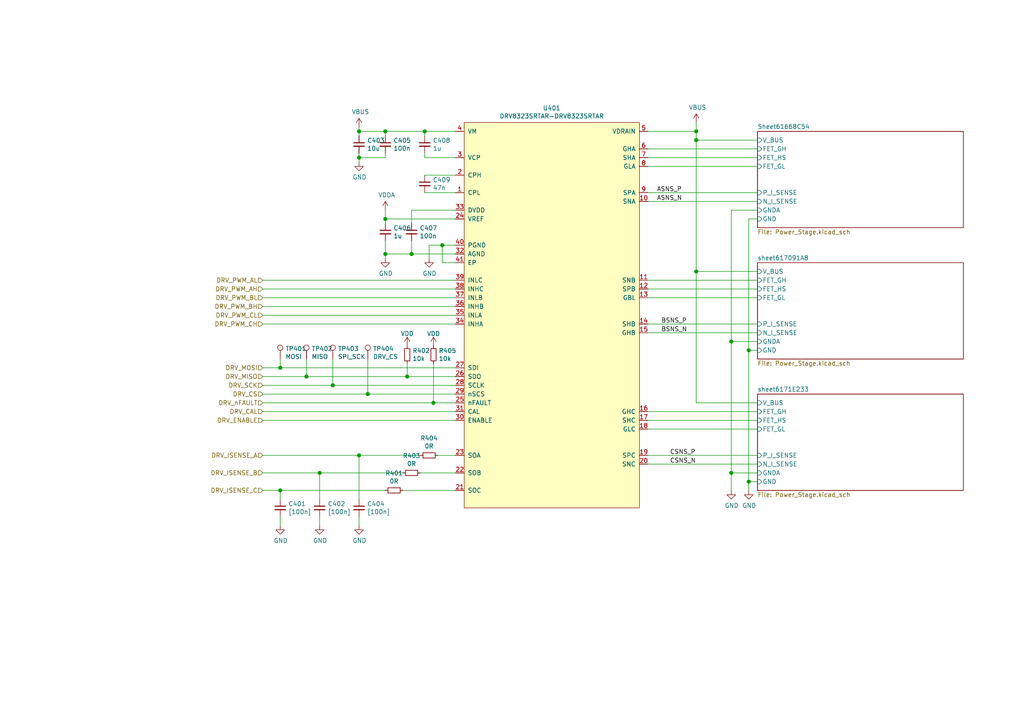
<source format=kicad_sch>
(kicad_sch (version 20210406) (generator eeschema)
  (paper "A4")
  (lib_symbols
    (symbol "Connector:TestPoint" (pin_numbers hide) (pin_names (offset 0.762) hide)
      (property "Reference" "TP" (at 0 6.858 0))
      (property "Value" "TestPoint" (at 0 5.08 0))
      (symbol "TestPoint_0_1"
        (circle (center 0 3.302) (radius 0.762))
      )
      (symbol "TestPoint_1_1"
        (pin passive line (at 0 0 90) (length 2.54) (name "1") (number "1"))
      )
    )
    (symbol "Device:C_Small" (pin_numbers hide) (pin_names (offset 0.254) hide)
      (property "Reference" "C" (at 0.254 1.778 0))
      (property "Value" "C_Small" (at 0.254 -2.032 0))
      (symbol "C_Small_0_1"
        (polyline (pts (xy -1.524 -0.508) (xy 1.524 -0.508)) (stroke (width 0.3302)))
        (polyline (pts (xy -1.524 0.508) (xy 1.524 0.508)) (stroke (width 0.3048)))
      )
      (symbol "C_Small_1_1"
        (pin passive line (at 0 2.54 270) (length 2.032) (name "~") (number "1"))
        (pin passive line (at 0 -2.54 90) (length 2.032) (name "~") (number "2"))
      )
    )
    (symbol "Device:R_Small" (pin_numbers hide) (pin_names (offset 0.254) hide)
      (property "Reference" "R" (at 0.762 0.508 0))
      (property "Value" "R_Small" (at 0.762 -1.016 0))
      (symbol "R_Small_0_1"
        (rectangle (start -0.762 1.778) (end 0.762 -1.778) (stroke (width 0.2032)))
      )
      (symbol "R_Small_1_1"
        (pin passive line (at 0 2.54 270) (length 0.762) (name "~") (number "1"))
        (pin passive line (at 0 -2.54 90) (length 0.762) (name "~") (number "2"))
      )
    )
    (symbol "OpenTurn-rescue:DRV8323SRTAR-DRV8323SRTAR" (pin_names (offset 1.016))
      (property "Reference" "U" (at 21.59 5.08 0))
      (property "Value" "DRV8323SRTAR-DRV8323SRTAR" (at 21.59 2.54 0))
      (symbol "DRV8323SRTAR-DRV8323SRTAR_0_1"
        (rectangle (start 0 0) (end 50.8 -111.76) (fill (type background)))
      )
      (symbol "DRV8323SRTAR-DRV8323SRTAR_1_1"
        (pin power_in line (at -2.54 -20.32 0) (length 2.54) (name "CPL") (number "1"))
        (pin input line (at 53.34 -22.86 180) (length 2.54) (name "SNA") (number "10"))
        (pin input line (at 53.34 -45.72 180) (length 2.54) (name "SNB") (number "11"))
        (pin input line (at 53.34 -48.26 180) (length 2.54) (name "SPB") (number "12"))
        (pin output line (at 53.34 -50.8 180) (length 2.54) (name "GBL") (number "13"))
        (pin input line (at 53.34 -58.42 180) (length 2.54) (name "SHB") (number "14"))
        (pin output line (at 53.34 -60.96 180) (length 2.54) (name "GHB") (number "15"))
        (pin output line (at 53.34 -83.82 180) (length 2.54) (name "GHC") (number "16"))
        (pin input line (at 53.34 -86.36 180) (length 2.54) (name "SHC") (number "17"))
        (pin output line (at 53.34 -88.9 180) (length 2.54) (name "GLC") (number "18"))
        (pin input line (at 53.34 -96.52 180) (length 2.54) (name "SPC") (number "19"))
        (pin power_in line (at -2.54 -15.24 0) (length 2.54) (name "CPH") (number "2"))
        (pin input line (at 53.34 -99.06 180) (length 2.54) (name "SNC") (number "20"))
        (pin output line (at -2.54 -106.68 0) (length 2.54) (name "SOC") (number "21"))
        (pin output line (at -2.54 -101.6 0) (length 2.54) (name "SOB") (number "22"))
        (pin output line (at -2.54 -96.52 0) (length 2.54) (name "SOA") (number "23"))
        (pin power_in line (at -2.54 -27.94 0) (length 2.54) (name "VREF") (number "24"))
        (pin input line (at -2.54 -81.28 0) (length 2.54) (name "nFAULT") (number "25"))
        (pin input line (at -2.54 -73.66 0) (length 2.54) (name "SDO") (number "26"))
        (pin input line (at -2.54 -71.12 0) (length 2.54) (name "SDI") (number "27"))
        (pin input line (at -2.54 -76.2 0) (length 2.54) (name "SCLK") (number "28"))
        (pin input line (at -2.54 -78.74 0) (length 2.54) (name "nSCS") (number "29"))
        (pin power_in line (at -2.54 -10.16 0) (length 2.54) (name "VCP") (number "3"))
        (pin input line (at -2.54 -86.36 0) (length 2.54) (name "ENABLE") (number "30"))
        (pin input line (at -2.54 -83.82 0) (length 2.54) (name "CAL") (number "31"))
        (pin power_in line (at -2.54 -38.1 0) (length 2.54) (name "AGND") (number "32"))
        (pin power_out line (at -2.54 -25.4 0) (length 2.54) (name "DVDD") (number "33"))
        (pin input line (at -2.54 -58.42 0) (length 2.54) (name "INHA") (number "34"))
        (pin input line (at -2.54 -55.88 0) (length 2.54) (name "INLA") (number "35"))
        (pin input line (at -2.54 -53.34 0) (length 2.54) (name "INHB") (number "36"))
        (pin input line (at -2.54 -50.8 0) (length 2.54) (name "INLB") (number "37"))
        (pin input line (at -2.54 -48.26 0) (length 2.54) (name "INHC") (number "38"))
        (pin input line (at -2.54 -45.72 0) (length 2.54) (name "INLC") (number "39"))
        (pin power_in line (at -2.54 -2.54 0) (length 2.54) (name "VM") (number "4"))
        (pin input line (at -2.54 -35.56 0) (length 2.54) (name "PGND") (number "40"))
        (pin power_in line (at -2.54 -40.64 0) (length 2.54) (name "EP") (number "41"))
        (pin input line (at 53.34 -2.54 180) (length 2.54) (name "VDRAIN") (number "5"))
        (pin output line (at 53.34 -7.62 180) (length 2.54) (name "GHA") (number "6"))
        (pin input line (at 53.34 -10.16 180) (length 2.54) (name "SHA") (number "7"))
        (pin output line (at 53.34 -12.7 180) (length 2.54) (name "GLA") (number "8"))
        (pin input line (at 53.34 -20.32 180) (length 2.54) (name "SPA") (number "9"))
      )
    )
    (symbol "power:GND" (power) (pin_names (offset 0))
      (property "Value" "GND" (at 0 -3.81 0))
      (symbol "GND_0_1"
        (polyline (pts (xy 0 0) (xy 0 -1.27) (xy 1.27 -1.27) (xy 0 -2.54) (xy -1.27 -1.27) (xy 0 -1.27)))
      )
      (symbol "GND_1_1"
        (pin power_in line (at 0 0 270) (length 0) hide (name "GND") (number "1"))
      )
    )
    (symbol "power:VBUS" (power) (pin_names (offset 0))
      (property "Value" "VBUS" (at 0 3.81 0))
      (symbol "VBUS_0_1"
        (polyline (pts (xy -0.762 1.27) (xy 0 2.54)))
        (polyline (pts (xy 0 0) (xy 0 2.54)))
        (polyline (pts (xy 0 2.54) (xy 0.762 1.27)))
      )
      (symbol "VBUS_1_1"
        (pin power_in line (at 0 0 90) (length 0) hide (name "VBUS") (number "1"))
      )
    )
    (symbol "power:VDD" (power) (pin_names (offset 0))
      (property "Value" "VDD" (at 0 3.81 0))
      (symbol "VDD_0_1"
        (polyline (pts (xy -0.762 1.27) (xy 0 2.54)))
        (polyline (pts (xy 0 0) (xy 0 2.54)))
        (polyline (pts (xy 0 2.54) (xy 0.762 1.27)))
      )
      (symbol "VDD_1_1"
        (pin power_in line (at 0 0 90) (length 0) hide (name "VDD") (number "1"))
      )
    )
    (symbol "power:VDDA" (power) (pin_names (offset 0))
      (property "Value" "VDDA" (at 0 3.81 0))
      (symbol "VDDA_0_1"
        (polyline (pts (xy -0.762 1.27) (xy 0 2.54)))
        (polyline (pts (xy 0 0) (xy 0 2.54)))
        (polyline (pts (xy 0 2.54) (xy 0.762 1.27)))
      )
      (symbol "VDDA_1_1"
        (pin power_in line (at 0 0 90) (length 0) hide (name "VDDA") (number "1"))
      )
    )
  )
  (junction (at 81.28 106.68) (diameter 1.016))
  (junction (at 81.28 142.24) (diameter 1.016))
  (junction (at 88.9 109.22) (diameter 1.016))
  (junction (at 92.71 137.16) (diameter 1.016))
  (junction (at 96.52 111.76) (diameter 1.016))
  (junction (at 104.14 38.1) (diameter 1.016))
  (junction (at 104.14 45.72) (diameter 1.016))
  (junction (at 104.14 132.08) (diameter 1.016))
  (junction (at 106.68 114.3) (diameter 1.016))
  (junction (at 111.76 38.1) (diameter 1.016))
  (junction (at 111.76 63.5) (diameter 1.016))
  (junction (at 111.76 73.66) (diameter 1.016))
  (junction (at 118.11 109.22) (diameter 1.016))
  (junction (at 119.38 73.66) (diameter 1.016))
  (junction (at 123.19 38.1) (diameter 1.016))
  (junction (at 125.73 116.84) (diameter 1.016))
  (junction (at 128.27 71.12) (diameter 1.016))
  (junction (at 201.93 38.1) (diameter 1.016))
  (junction (at 201.93 40.64) (diameter 1.016))
  (junction (at 201.93 78.74) (diameter 1.016))
  (junction (at 212.09 99.06) (diameter 1.016))
  (junction (at 212.09 137.16) (diameter 1.016))
  (junction (at 217.17 101.6) (diameter 1.016))
  (junction (at 217.17 139.7) (diameter 1.016))
  (wire (pts (xy 76.2 81.28) (xy 132.08 81.28)))
  (wire (pts (xy 76.2 83.82) (xy 132.08 83.82)))
  (wire (pts (xy 76.2 86.36) (xy 132.08 86.36)))
  (wire (pts (xy 76.2 88.9) (xy 132.08 88.9)))
  (wire (pts (xy 76.2 91.44) (xy 132.08 91.44)))
  (wire (pts (xy 76.2 93.98) (xy 132.08 93.98)))
  (wire (pts (xy 76.2 106.68) (xy 81.28 106.68)))
  (wire (pts (xy 76.2 109.22) (xy 88.9 109.22)))
  (wire (pts (xy 76.2 111.76) (xy 96.52 111.76)))
  (wire (pts (xy 76.2 114.3) (xy 106.68 114.3)))
  (wire (pts (xy 76.2 116.84) (xy 125.73 116.84)))
  (wire (pts (xy 76.2 119.38) (xy 132.08 119.38)))
  (wire (pts (xy 76.2 121.92) (xy 132.08 121.92)))
  (wire (pts (xy 76.2 132.08) (xy 104.14 132.08)))
  (wire (pts (xy 81.28 104.14) (xy 81.28 106.68)))
  (wire (pts (xy 81.28 106.68) (xy 132.08 106.68)))
  (wire (pts (xy 81.28 142.24) (xy 76.2 142.24)))
  (wire (pts (xy 81.28 142.24) (xy 111.76 142.24)))
  (wire (pts (xy 81.28 144.78) (xy 81.28 142.24)))
  (wire (pts (xy 81.28 152.4) (xy 81.28 149.86)))
  (wire (pts (xy 88.9 104.14) (xy 88.9 109.22)))
  (wire (pts (xy 88.9 109.22) (xy 118.11 109.22)))
  (wire (pts (xy 92.71 137.16) (xy 76.2 137.16)))
  (wire (pts (xy 92.71 137.16) (xy 116.84 137.16)))
  (wire (pts (xy 92.71 144.78) (xy 92.71 137.16)))
  (wire (pts (xy 92.71 149.86) (xy 92.71 152.4)))
  (wire (pts (xy 96.52 104.14) (xy 96.52 111.76)))
  (wire (pts (xy 96.52 111.76) (xy 132.08 111.76)))
  (wire (pts (xy 104.14 36.83) (xy 104.14 38.1)))
  (wire (pts (xy 104.14 38.1) (xy 111.76 38.1)))
  (wire (pts (xy 104.14 39.37) (xy 104.14 38.1)))
  (wire (pts (xy 104.14 44.45) (xy 104.14 45.72)))
  (wire (pts (xy 104.14 45.72) (xy 104.14 46.99)))
  (wire (pts (xy 104.14 45.72) (xy 111.76 45.72)))
  (wire (pts (xy 104.14 132.08) (xy 121.92 132.08)))
  (wire (pts (xy 104.14 144.78) (xy 104.14 132.08)))
  (wire (pts (xy 104.14 152.4) (xy 104.14 149.86)))
  (wire (pts (xy 106.68 104.14) (xy 106.68 114.3)))
  (wire (pts (xy 106.68 114.3) (xy 132.08 114.3)))
  (wire (pts (xy 111.76 38.1) (xy 123.19 38.1)))
  (wire (pts (xy 111.76 39.37) (xy 111.76 38.1)))
  (wire (pts (xy 111.76 45.72) (xy 111.76 44.45)))
  (wire (pts (xy 111.76 63.5) (xy 111.76 60.96)))
  (wire (pts (xy 111.76 63.5) (xy 111.76 64.77)))
  (wire (pts (xy 111.76 69.85) (xy 111.76 73.66)))
  (wire (pts (xy 111.76 73.66) (xy 119.38 73.66)))
  (wire (pts (xy 111.76 74.93) (xy 111.76 73.66)))
  (wire (pts (xy 116.84 142.24) (xy 132.08 142.24)))
  (wire (pts (xy 118.11 105.41) (xy 118.11 109.22)))
  (wire (pts (xy 118.11 109.22) (xy 132.08 109.22)))
  (wire (pts (xy 119.38 60.96) (xy 119.38 64.77)))
  (wire (pts (xy 119.38 69.85) (xy 119.38 73.66)))
  (wire (pts (xy 119.38 73.66) (xy 132.08 73.66)))
  (wire (pts (xy 121.92 137.16) (xy 132.08 137.16)))
  (wire (pts (xy 123.19 38.1) (xy 132.08 38.1)))
  (wire (pts (xy 123.19 39.37) (xy 123.19 38.1)))
  (wire (pts (xy 123.19 44.45) (xy 123.19 45.72)))
  (wire (pts (xy 123.19 45.72) (xy 132.08 45.72)))
  (wire (pts (xy 123.19 50.8) (xy 132.08 50.8)))
  (wire (pts (xy 123.19 55.88) (xy 132.08 55.88)))
  (wire (pts (xy 124.46 71.12) (xy 128.27 71.12)))
  (wire (pts (xy 124.46 74.93) (xy 124.46 71.12)))
  (wire (pts (xy 125.73 105.41) (xy 125.73 116.84)))
  (wire (pts (xy 125.73 116.84) (xy 132.08 116.84)))
  (wire (pts (xy 127 132.08) (xy 132.08 132.08)))
  (wire (pts (xy 128.27 71.12) (xy 132.08 71.12)))
  (wire (pts (xy 128.27 76.2) (xy 128.27 71.12)))
  (wire (pts (xy 128.27 76.2) (xy 132.08 76.2)))
  (wire (pts (xy 132.08 60.96) (xy 119.38 60.96)))
  (wire (pts (xy 132.08 63.5) (xy 111.76 63.5)))
  (wire (pts (xy 187.96 38.1) (xy 201.93 38.1)))
  (wire (pts (xy 187.96 43.18) (xy 219.71 43.18)))
  (wire (pts (xy 187.96 45.72) (xy 219.71 45.72)))
  (wire (pts (xy 187.96 48.26) (xy 219.71 48.26)))
  (wire (pts (xy 187.96 55.88) (xy 219.71 55.88)))
  (wire (pts (xy 187.96 81.28) (xy 219.71 81.28)))
  (wire (pts (xy 187.96 83.82) (xy 219.71 83.82)))
  (wire (pts (xy 187.96 86.36) (xy 219.71 86.36)))
  (wire (pts (xy 187.96 93.98) (xy 219.71 93.98)))
  (wire (pts (xy 187.96 119.38) (xy 219.71 119.38)))
  (wire (pts (xy 187.96 121.92) (xy 219.71 121.92)))
  (wire (pts (xy 187.96 124.46) (xy 219.71 124.46)))
  (wire (pts (xy 187.96 132.08) (xy 219.71 132.08)))
  (wire (pts (xy 201.93 35.56) (xy 201.93 38.1)))
  (wire (pts (xy 201.93 38.1) (xy 201.93 40.64)))
  (wire (pts (xy 201.93 40.64) (xy 201.93 78.74)))
  (wire (pts (xy 201.93 40.64) (xy 219.71 40.64)))
  (wire (pts (xy 201.93 78.74) (xy 201.93 116.84)))
  (wire (pts (xy 201.93 78.74) (xy 219.71 78.74)))
  (wire (pts (xy 201.93 116.84) (xy 219.71 116.84)))
  (wire (pts (xy 212.09 60.96) (xy 219.71 60.96)))
  (wire (pts (xy 212.09 99.06) (xy 212.09 60.96)))
  (wire (pts (xy 212.09 99.06) (xy 219.71 99.06)))
  (wire (pts (xy 212.09 137.16) (xy 212.09 99.06)))
  (wire (pts (xy 212.09 137.16) (xy 219.71 137.16)))
  (wire (pts (xy 212.09 142.24) (xy 212.09 137.16)))
  (wire (pts (xy 217.17 63.5) (xy 217.17 101.6)))
  (wire (pts (xy 217.17 63.5) (xy 219.71 63.5)))
  (wire (pts (xy 217.17 101.6) (xy 217.17 139.7)))
  (wire (pts (xy 217.17 101.6) (xy 219.71 101.6)))
  (wire (pts (xy 217.17 139.7) (xy 219.71 139.7)))
  (wire (pts (xy 217.17 142.24) (xy 217.17 139.7)))
  (wire (pts (xy 219.71 58.42) (xy 187.96 58.42)))
  (wire (pts (xy 219.71 96.52) (xy 187.96 96.52)))
  (wire (pts (xy 219.71 134.62) (xy 187.96 134.62)))
  (label "ASNS_P" (at 190.5 55.88 0))
  (label "ASNS_N" (at 190.5 58.42 0))
  (label "BSNS_P" (at 191.77 93.98 0))
  (label "BSNS_N" (at 191.77 96.52 0))
  (label "CSNS_P" (at 194.31 132.08 0))
  (label "CSNS_N" (at 194.31 134.62 0))
  (hierarchical_label "DRV_PWM_AL" (shape input) (at 76.2 81.28 180))
  (hierarchical_label "DRV_PWM_AH" (shape input) (at 76.2 83.82 180))
  (hierarchical_label "DRV_PWM_BL" (shape input) (at 76.2 86.36 180))
  (hierarchical_label "DRV_PWM_BH" (shape input) (at 76.2 88.9 180))
  (hierarchical_label "DRV_PWM_CL" (shape input) (at 76.2 91.44 180))
  (hierarchical_label "DRV_PWM_CH" (shape input) (at 76.2 93.98 180))
  (hierarchical_label "DRV_MOSI" (shape input) (at 76.2 106.68 180))
  (hierarchical_label "DRV_MISO" (shape input) (at 76.2 109.22 180))
  (hierarchical_label "DRV_SCK" (shape input) (at 76.2 111.76 180))
  (hierarchical_label "DRV_CS" (shape input) (at 76.2 114.3 180))
  (hierarchical_label "DRV_nFAULT" (shape input) (at 76.2 116.84 180))
  (hierarchical_label "DRV_CAL" (shape input) (at 76.2 119.38 180))
  (hierarchical_label "DRV_ENABLE" (shape input) (at 76.2 121.92 180))
  (hierarchical_label "DRV_ISENSE_A" (shape input) (at 76.2 132.08 180))
  (hierarchical_label "DRV_ISENSE_B" (shape input) (at 76.2 137.16 180))
  (hierarchical_label "DRV_ISENSE_C" (shape input) (at 76.2 142.24 180))
  (symbol (lib_id "power:VBUS") (at 104.14 36.83 0) (unit 1)
    (property "Reference" "#PWR0403" (effects hide))
    (property "Value" "VBUS" (at 104.521 32.4358 0))
  )
  (symbol (lib_id "power:VDDA") (at 111.76 60.96 0) (unit 1)
    (property "Reference" "#PWR0406" (effects hide))
    (property "Value" "VDDA" (at 112.141 56.5658 0))
  )
  (symbol (lib_id "power:VDD") (at 118.11 100.33 0) (unit 1)
    (property "Reference" "#PWR0408" (effects hide))
    (property "Value" "VDD" (at 118.11 96.7826 0))
  )
  (symbol (lib_id "power:VDD") (at 125.73 100.33 0) (unit 1)
    (property "Reference" "#PWR0410" (effects hide))
    (property "Value" "VDD" (at 125.73 96.7826 0))
  )
  (symbol (lib_id "power:VBUS") (at 201.93 35.56 0) (unit 1)
    (property "Reference" "#PWR0411" (effects hide))
    (property "Value" "VBUS" (at 202.311 31.1658 0))
  )
  (symbol (lib_id "Connector:TestPoint") (at 81.28 104.14 0) (unit 1)
    (property "Reference" "TP401" (at 82.7532 101.1428 0) (effects (justify left)))
    (property "Value" "MOSI" (at 82.7532 103.4542 0) (effects (justify left)))
    (property "Footprint" "TestPoint:TestPoint_Pad_D1.5mm" (effects hide))
  )
  (symbol (lib_id "Connector:TestPoint") (at 88.9 104.14 0) (unit 1)
    (property "Reference" "TP402" (at 90.3732 101.1428 0) (effects (justify left)))
    (property "Value" "MISO" (at 90.3732 103.4542 0) (effects (justify left)))
    (property "Footprint" "TestPoint:TestPoint_Pad_D1.5mm" (effects hide))
  )
  (symbol (lib_id "Connector:TestPoint") (at 96.52 104.14 0) (unit 1)
    (property "Reference" "TP403" (at 97.9932 101.1428 0) (effects (justify left)))
    (property "Value" "SPI_SCK" (at 97.9932 103.4542 0) (effects (justify left)))
    (property "Footprint" "TestPoint:TestPoint_Pad_D1.5mm" (effects hide))
  )
  (symbol (lib_id "Connector:TestPoint") (at 106.68 104.14 0) (unit 1)
    (property "Reference" "TP404" (at 108.1532 101.1428 0) (effects (justify left)))
    (property "Value" "DRV_CS" (at 108.1532 103.4542 0) (effects (justify left)))
    (property "Footprint" "TestPoint:TestPoint_Pad_D1.5mm" (effects hide))
  )
  (symbol (lib_id "power:GND") (at 81.28 152.4 0) (unit 1)
    (property "Reference" "#PWR0401" (effects hide))
    (property "Value" "GND" (at 81.407 156.7942 0))
  )
  (symbol (lib_id "power:GND") (at 92.71 152.4 0) (unit 1)
    (property "Reference" "#PWR0402" (effects hide))
    (property "Value" "GND" (at 92.837 156.7942 0))
  )
  (symbol (lib_id "power:GND") (at 104.14 46.99 0) (unit 1)
    (property "Reference" "#PWR0404" (effects hide))
    (property "Value" "GND" (at 104.267 51.3842 0))
  )
  (symbol (lib_id "power:GND") (at 104.14 152.4 0) (unit 1)
    (property "Reference" "#PWR0405" (effects hide))
    (property "Value" "GND" (at 104.267 156.7942 0))
  )
  (symbol (lib_id "power:GND") (at 111.76 74.93 0) (unit 1)
    (property "Reference" "#PWR0407" (effects hide))
    (property "Value" "GND" (at 111.887 79.3242 0))
  )
  (symbol (lib_id "power:GND") (at 124.46 74.93 0) (unit 1)
    (property "Reference" "#PWR0409" (effects hide))
    (property "Value" "GND" (at 124.587 79.3242 0))
  )
  (symbol (lib_id "power:GND") (at 212.09 142.24 0) (unit 1)
    (property "Reference" "#PWR0412" (effects hide))
    (property "Value" "GND" (at 212.217 146.6342 0))
  )
  (symbol (lib_id "power:GND") (at 217.17 142.24 0) (unit 1)
    (property "Reference" "#PWR0413" (effects hide))
    (property "Value" "GND" (at 217.297 146.6342 0))
  )
  (symbol (lib_id "Device:R_Small") (at 114.3 142.24 270) (unit 1)
    (property "Reference" "R401" (at 114.3 137.2616 90))
    (property "Value" "0R" (at 114.3 139.573 90))
    (property "Footprint" "Resistor_SMD:R_0603_1608Metric" (effects hide))
  )
  (symbol (lib_id "Device:R_Small") (at 118.11 102.87 0) (unit 1)
    (property "Reference" "R402" (at 119.6086 101.7016 0) (effects (justify left)))
    (property "Value" "10k" (at 119.6086 104.013 0) (effects (justify left)))
    (property "Footprint" "Resistor_SMD:R_0603_1608Metric" (effects hide))
  )
  (symbol (lib_id "Device:R_Small") (at 119.38 137.16 270) (unit 1)
    (property "Reference" "R403" (at 119.38 132.1816 90))
    (property "Value" "0R" (at 119.38 134.493 90))
    (property "Footprint" "Resistor_SMD:R_0603_1608Metric" (effects hide))
  )
  (symbol (lib_id "Device:R_Small") (at 124.46 132.08 270) (unit 1)
    (property "Reference" "R404" (at 124.46 127.1016 90))
    (property "Value" "0R" (at 124.46 129.413 90))
    (property "Footprint" "Resistor_SMD:R_0603_1608Metric" (effects hide))
  )
  (symbol (lib_id "Device:R_Small") (at 125.73 102.87 0) (unit 1)
    (property "Reference" "R405" (at 127.2286 101.7016 0) (effects (justify left)))
    (property "Value" "10k" (at 127.2286 104.013 0) (effects (justify left)))
    (property "Footprint" "Resistor_SMD:R_0603_1608Metric" (effects hide))
  )
  (symbol (lib_id "Device:C_Small") (at 81.28 147.32 0) (unit 1)
    (property "Reference" "C401" (at 83.6168 146.1516 0) (effects (justify left)))
    (property "Value" "[100n]" (at 83.6168 148.463 0) (effects (justify left)))
    (property "Footprint" "Capacitor_SMD:C_0603_1608Metric" (effects hide))
  )
  (symbol (lib_id "Device:C_Small") (at 92.71 147.32 0) (unit 1)
    (property "Reference" "C402" (at 95.0468 146.1516 0) (effects (justify left)))
    (property "Value" "[100n]" (at 95.0468 148.463 0) (effects (justify left)))
    (property "Footprint" "Capacitor_SMD:C_0603_1608Metric" (effects hide))
  )
  (symbol (lib_id "Device:C_Small") (at 104.14 41.91 0) (unit 1)
    (property "Reference" "C403" (at 106.4768 40.7416 0) (effects (justify left)))
    (property "Value" "10u" (at 106.4768 43.053 0) (effects (justify left)))
    (property "Footprint" "Capacitor_SMD:C_0603_1608Metric" (effects hide))
  )
  (symbol (lib_id "Device:C_Small") (at 104.14 147.32 0) (unit 1)
    (property "Reference" "C404" (at 106.4768 146.1516 0) (effects (justify left)))
    (property "Value" "[100n]" (at 106.4768 148.463 0) (effects (justify left)))
    (property "Footprint" "Capacitor_SMD:C_0603_1608Metric" (effects hide))
  )
  (symbol (lib_id "Device:C_Small") (at 111.76 41.91 0) (unit 1)
    (property "Reference" "C405" (at 114.0968 40.7416 0) (effects (justify left)))
    (property "Value" "100n" (at 114.0968 43.053 0) (effects (justify left)))
    (property "Footprint" "Capacitor_SMD:C_0603_1608Metric" (effects hide))
  )
  (symbol (lib_id "Device:C_Small") (at 111.76 67.31 0) (unit 1)
    (property "Reference" "C406" (at 114.0968 66.1416 0) (effects (justify left)))
    (property "Value" "1u" (at 114.0968 68.453 0) (effects (justify left)))
    (property "Footprint" "Capacitor_SMD:C_0603_1608Metric" (effects hide))
  )
  (symbol (lib_id "Device:C_Small") (at 119.38 67.31 0) (unit 1)
    (property "Reference" "C407" (at 121.7168 66.1416 0) (effects (justify left)))
    (property "Value" "100n" (at 121.7168 68.453 0) (effects (justify left)))
    (property "Footprint" "Capacitor_SMD:C_0603_1608Metric" (effects hide))
  )
  (symbol (lib_id "Device:C_Small") (at 123.19 41.91 0) (unit 1)
    (property "Reference" "C408" (at 125.5268 40.7416 0) (effects (justify left)))
    (property "Value" "1u" (at 125.5268 43.053 0) (effects (justify left)))
    (property "Footprint" "Capacitor_SMD:C_0603_1608Metric" (effects hide))
  )
  (symbol (lib_id "Device:C_Small") (at 123.19 53.34 0) (unit 1)
    (property "Reference" "C409" (at 125.5268 52.1716 0) (effects (justify left)))
    (property "Value" "47n" (at 125.5268 54.483 0) (effects (justify left)))
    (property "Footprint" "Capacitor_SMD:C_0603_1608Metric" (effects hide))
  )
  (symbol (lib_id "OpenTurn-rescue:DRV8323SRTAR-DRV8323SRTAR") (at 134.62 35.56 0) (unit 1)
    (property "Reference" "U401" (at 160.02 31.369 0))
    (property "Value" "DRV8323SRTAR-DRV8323SRTAR" (at 160.02 33.6804 0))
    (property "Footprint" "Package_DFN_QFN:Texas_S-PVQFN-N40_EP4.15x4.15mm_ThermalVias" (effects hide))
  )
  (sheet (at 219.71 38.1) (size 59.69 27.94)
    (property "Sheet name" "Sheet61668C54" (at 219.71 37.4645 0) (effects (justify left bottom)))
    (property "Sheet file" "Power_Stage.kicad_sch" (at 219.71 66.5485 0) (effects (justify left top)))
    (pin "V_BUS" input (at 219.71 40.64 180))
    (pin "GND" input (at 219.71 63.5 180))
    (pin "N_I_SENSE" input (at 219.71 58.42 180))
    (pin "P_I_SENSE" input (at 219.71 55.88 180))
    (pin "FET_GH" input (at 219.71 43.18 180))
    (pin "FET_GL" input (at 219.71 48.26 180))
    (pin "FET_HS" input (at 219.71 45.72 180))
    (pin "GNDA" input (at 219.71 60.96 180))
  )
  (sheet (at 219.71 76.2) (size 59.69 27.94)
    (property "Sheet name" "sheet617091A8" (at 219.71 75.5645 0) (effects (justify left bottom)))
    (property "Sheet file" "Power_Stage.kicad_sch" (at 219.71 104.6485 0) (effects (justify left top)))
    (pin "V_BUS" input (at 219.71 78.74 180))
    (pin "GND" input (at 219.71 101.6 180))
    (pin "FET_GH" input (at 219.71 81.28 180))
    (pin "FET_GL" input (at 219.71 86.36 180))
    (pin "FET_HS" input (at 219.71 83.82 180))
    (pin "GNDA" input (at 219.71 99.06 180))
    (pin "P_I_SENSE" input (at 219.71 93.98 180))
    (pin "N_I_SENSE" input (at 219.71 96.52 180))
  )
  (sheet (at 219.71 114.3) (size 59.69 27.94)
    (property "Sheet name" "sheet6171E233" (at 219.71 113.6645 0) (effects (justify left bottom)))
    (property "Sheet file" "Power_Stage.kicad_sch" (at 219.71 142.7485 0) (effects (justify left top)))
    (pin "V_BUS" input (at 219.71 116.84 180))
    (pin "GND" input (at 219.71 139.7 180))
    (pin "FET_GH" input (at 219.71 119.38 180))
    (pin "FET_GL" input (at 219.71 124.46 180))
    (pin "FET_HS" input (at 219.71 121.92 180))
    (pin "GNDA" input (at 219.71 137.16 180))
    (pin "P_I_SENSE" input (at 219.71 132.08 180))
    (pin "N_I_SENSE" input (at 219.71 134.62 180))
  )
)
</source>
